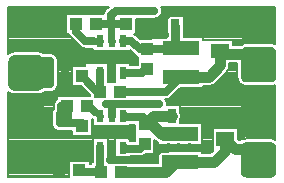
<source format=gbl>
G04 DipTrace Beta 2.3.5.2*
%INBuckYeah.GBL*%
%MOIN*%
%ADD13C,0.025*%
%ADD14C,0.027*%
%ADD15C,0.0236*%
%ADD17C,0.023*%
%ADD18C,0.03*%
%ADD19C,0.035*%
%ADD20C,0.013*%
%ADD21C,0.007*%
%ADD23R,0.0236X0.0433*%
%ADD26R,0.0433X0.0394*%
%ADD27R,0.0394X0.0433*%
%ADD28R,0.0591X0.0512*%
%ADD30R,0.0315X0.0472*%
%ADD32R,0.122X0.0472*%
%FSLAX44Y44*%
G04*
G70*
G90*
G75*
G01*
%LNBottom*%
%LPD*%
X7250Y5098D2*
D13*
Y5188D1*
X8438D1*
X8525Y5275D1*
X6459Y5188D2*
X7250D1*
X6110Y5700D2*
D14*
X6400D1*
X6690D2*
X6400D1*
X6334Y2200D2*
D13*
X7378D1*
X7420Y2158D1*
X8467D1*
X8525Y2100D1*
X5250Y5125D2*
D14*
Y4900D1*
Y5350D1*
X6800Y2950D2*
X6450D1*
X6275Y2700D2*
X6450D1*
Y2950D1*
X6600Y2700D2*
X6275D1*
X6950D2*
X6600D1*
X4769Y5250D2*
X5150D1*
X5250Y5350D1*
X3275Y4050D2*
X3625D1*
X4000D1*
X3626Y3625D2*
D15*
Y3977D1*
D14*
Y4049D1*
X6275Y2700D2*
Y2775D1*
X6450Y2950D1*
X6950Y2700D2*
Y2800D1*
X6800Y2950D1*
X3575Y720D2*
D13*
X4870D1*
D17*
X5250Y1100D1*
X5475D1*
X5525Y1150D1*
X4875Y4875D2*
D13*
X5375D1*
X5400Y4900D1*
X5250D1*
Y5350D2*
X5525Y5625D1*
X6035D1*
X6110Y5700D1*
X3275Y4050D2*
X2100D1*
X2075Y4025D1*
X2809Y2530D2*
X2878D1*
X3081Y2327D1*
D15*
X3113D1*
X3252Y2188D1*
Y4688D2*
X3009D1*
D13*
X2750D1*
X2438Y5000D1*
Y5237D1*
X2451Y5250D1*
X4000Y3625D2*
D15*
X4030D1*
D13*
X4625D1*
X4750Y3750D1*
X4813D1*
X4000Y4688D2*
X4287D1*
X4556Y4419D1*
X4813D1*
X5897D1*
X5925Y4447D1*
X5750Y5188D2*
D18*
Y4623D1*
D13*
X5925Y4447D1*
X3252Y3625D2*
D15*
Y3687D1*
D13*
X3250D1*
Y3000D1*
X2625Y3518D2*
X3143Y3000D1*
X3250D1*
X4000Y1125D2*
D15*
X4063D1*
D13*
Y1092D1*
X4567D1*
X4725Y1250D1*
X4000Y2188D2*
D15*
X4063D1*
D13*
Y2155D1*
X4657D1*
X4725Y2088D1*
Y1919D1*
X5625Y2200D2*
D19*
X5006D1*
X4725Y1919D1*
X4956D1*
X5278Y1597D1*
X5900D1*
X3252Y1125D2*
D15*
Y1150D1*
D13*
Y348D1*
X3275Y325D1*
X2544D1*
Y375D1*
X5900Y650D2*
D19*
X7040D1*
X7420Y1030D1*
Y1410D1*
X3944Y325D2*
X5450D1*
X5775Y650D1*
X5900D1*
X8175Y1100D2*
D14*
X8525D1*
X8175Y700D2*
Y1100D1*
D19*
X7730D1*
X7420Y1410D1*
X8525Y700D2*
D14*
Y1100D1*
Y700D2*
Y725D1*
X5925Y3500D2*
D19*
X6875D1*
X7250Y3875D1*
Y4350D1*
X8525Y3900D2*
Y4250D1*
X7350D1*
X7250Y4350D1*
X3919Y3000D2*
D13*
X5425D1*
X5925Y3500D1*
X8175D2*
D14*
Y3875D1*
Y4275D2*
Y3875D1*
Y4275D2*
Y4225D1*
X8525Y3875D1*
X1575Y3250D2*
Y3600D1*
Y3250D2*
X1150D1*
Y3287D1*
X1112D1*
X775Y3625D1*
X1575Y3600D2*
X1332D1*
X1150D1*
X800D1*
X775Y3625D1*
X1575Y4025D2*
X1175D1*
X775Y3625D1*
Y3612D2*
Y3625D1*
X1125Y3237D2*
X1150Y3250D1*
X1125Y3612D2*
X1150Y3600D1*
X1125Y4012D2*
Y3900D1*
X1050D1*
X775Y3625D1*
X1575Y3250D2*
Y3357D1*
X1332Y3600D1*
X1575D2*
X800D1*
X1575D2*
X1537D1*
X1125Y4012D1*
X1575Y4025D2*
X1538D1*
X1125Y3612D1*
X1575Y3600D2*
Y4025D1*
X1125Y3237D2*
X1212D1*
X1575Y3600D1*
X4150Y2600D2*
D20*
X3627D1*
X3450D1*
X3800D2*
X3450D1*
X4150D2*
D14*
X3450D1*
X3800D1*
X3120Y5250D2*
D13*
X3614D1*
X4100D1*
X4150Y5700D2*
D14*
X4450D1*
X4750D1*
X5050D1*
X4150D2*
X3762D1*
X3614Y5552D1*
Y5250D1*
X4150Y2600D2*
X4500D1*
X4850D1*
X3626Y2188D2*
D13*
X3627Y2600D1*
X3626Y4688D2*
D15*
X3614D1*
Y5250D1*
X1900Y2250D2*
D14*
X2140D1*
Y2240D1*
X1890Y1940D2*
Y2250D1*
X1900D1*
X1890Y1940D2*
X1951D1*
Y1950D1*
X2160D1*
Y2240D1*
X2140D1*
X1900Y2250D2*
X2110Y2040D1*
Y2000D1*
X2160Y1950D1*
X2640Y1870D2*
Y1940D1*
X2110D1*
Y2000D1*
X1951Y1950D2*
Y2530D1*
X2140D1*
X4850Y2600D2*
X5200D1*
X4150D3*
X3450D3*
X3800D3*
X6110Y5700D3*
X6400D3*
X6690D3*
X4150D3*
X4450D3*
X4750D3*
X5050D3*
X2075Y4025D3*
X4500Y2600D3*
X4850D3*
X1900Y2250D3*
X2140Y2240D3*
X1890Y1940D3*
X2160Y1950D3*
X1575Y3250D3*
Y3600D3*
X2075Y3700D3*
X1575Y4025D3*
X775Y3612D3*
X425Y4012D3*
Y3612D3*
Y3237D3*
X775D3*
X1125D3*
Y3612D3*
Y4012D3*
X775D3*
X6800Y2950D3*
X6450D3*
X6275Y2700D3*
X6600D3*
X6950D3*
X3275Y4050D3*
X3625D3*
X4000D3*
X2075Y3375D3*
X775Y2237D3*
X425Y2637D3*
Y2237D3*
Y1862D3*
X775D3*
X8525Y700D3*
X1125Y2237D3*
Y2637D3*
X775D3*
X8175Y1100D3*
Y700D3*
Y325D3*
X8525D3*
X8875D3*
Y700D3*
Y1100D3*
X8525D3*
Y2075D3*
X8175Y2475D3*
Y2075D3*
Y1700D3*
X8525D3*
X8875D3*
Y2075D3*
Y2475D3*
X8525D3*
Y3875D3*
X8175Y4275D3*
Y3875D3*
Y3500D3*
X8525D3*
X8875D3*
Y3875D3*
Y4275D3*
X8525D3*
Y5250D3*
X8175Y5650D3*
Y5250D3*
Y4875D3*
X8525D3*
X8875D3*
Y5250D3*
Y5650D3*
X8525D3*
X5250Y5350D3*
X5200Y2600D3*
X5250Y4900D3*
Y5125D3*
X5525Y1150D3*
X5875D3*
X6225D3*
X4270Y1790D3*
Y1500D3*
X172Y5766D2*
D21*
X3451D1*
X5311D2*
X9078D1*
X172Y5698D2*
X3388D1*
X5320D2*
X9078D1*
X172Y5629D2*
X3357D1*
X5310D2*
X9078D1*
X172Y5560D2*
X2100D1*
X5279D2*
X9078D1*
X172Y5492D2*
X2100D1*
X5217D2*
X5458D1*
X6042D2*
X9078D1*
X172Y5423D2*
X2100D1*
X4451D2*
X5458D1*
X6042D2*
X9078D1*
X172Y5354D2*
X2100D1*
X4451D2*
X5458D1*
X6042D2*
X9078D1*
X172Y5285D2*
X2100D1*
X4451D2*
X5458D1*
X6042D2*
X9078D1*
X172Y5217D2*
X2100D1*
X4451D2*
X5458D1*
X6042D2*
X9078D1*
X172Y5148D2*
X2100D1*
X4451D2*
X5458D1*
X6042D2*
X9078D1*
X172Y5079D2*
X2100D1*
X4451D2*
X5458D1*
X6042D2*
X9078D1*
X172Y5011D2*
X2100D1*
X4451D2*
X5458D1*
X6042D2*
X9078D1*
X172Y4942D2*
X2100D1*
X4451D2*
X5458D1*
X6042D2*
X9078D1*
X172Y4873D2*
X2212D1*
X4466D2*
X4943D1*
X5407D2*
X5458D1*
X6042D2*
X9078D1*
X172Y4805D2*
X2268D1*
X4534D2*
X4943D1*
X6671D2*
X9078D1*
X172Y4736D2*
X2337D1*
X6671D2*
X9078D1*
X172Y4667D2*
X2406D1*
X7680D2*
X9078D1*
X172Y4599D2*
X2474D1*
X7680D2*
X8016D1*
X9034D2*
X9078D1*
X172Y4530D2*
X2543D1*
X172Y4461D2*
X2632D1*
X172Y4393D2*
X2999D1*
X172Y4324D2*
X267D1*
X1283D2*
X4286D1*
X1708Y4255D2*
X4355D1*
X1789Y4186D2*
X4450D1*
X1827Y4118D2*
X4481D1*
X1844Y4049D2*
X4481D1*
X1845Y3980D2*
X4481D1*
X1845Y3912D2*
X2743D1*
X3505D2*
X3747D1*
X4252D2*
X4481D1*
X7560D2*
X7799D1*
X1845Y3843D2*
X2294D1*
X3505D2*
X3747D1*
X7558D2*
X7799D1*
X1845Y3774D2*
X2294D1*
X3505D2*
X3747D1*
X7542D2*
X7799D1*
X1845Y3706D2*
X2294D1*
X3511D2*
X3747D1*
X7508D2*
X7799D1*
X1845Y3637D2*
X2294D1*
X3510D2*
X3747D1*
X7447D2*
X7799D1*
X1845Y3568D2*
X2294D1*
X3510D2*
X3747D1*
X7378D2*
X7799D1*
X1845Y3500D2*
X2294D1*
X3510D2*
X3747D1*
X7309D2*
X7801D1*
X1845Y3431D2*
X2294D1*
X3510D2*
X3747D1*
X7241D2*
X7809D1*
X1845Y3362D2*
X2294D1*
X3510D2*
X3747D1*
X7173D2*
X7834D1*
X1845Y3294D2*
X2294D1*
X7104D2*
X7882D1*
X1844Y3225D2*
X2294D1*
X7008D2*
X7965D1*
X1827Y3156D2*
X2623D1*
X6669D2*
X9078D1*
X1788Y3087D2*
X2692D1*
X5876D2*
X9078D1*
X1707Y3019D2*
X2761D1*
X5809D2*
X9078D1*
X172Y2950D2*
X214D1*
X1335D2*
X2828D1*
X5740D2*
X9078D1*
X172Y2881D2*
X2897D1*
X5671D2*
X9078D1*
X172Y2813D2*
X1789D1*
X5602D2*
X9078D1*
X172Y2744D2*
X1789D1*
X5427D2*
X9078D1*
X172Y2675D2*
X1726D1*
X5459D2*
X9078D1*
X172Y2607D2*
X1693D1*
X5470D2*
X9078D1*
X172Y2538D2*
X1682D1*
X5917D2*
X9078D1*
X172Y2469D2*
X1682D1*
X5917D2*
X9078D1*
X172Y2401D2*
X1668D1*
X5917D2*
X9078D1*
X172Y2332D2*
X1633D1*
X5917D2*
X9078D1*
X172Y2263D2*
X1621D1*
X5928D2*
X9078D1*
X172Y2195D2*
X1620D1*
X5934D2*
X9078D1*
X172Y2126D2*
X1620D1*
X5926D2*
X9078D1*
X172Y2057D2*
X1620D1*
X5917D2*
X9078D1*
X172Y1988D2*
X1620D1*
X5917D2*
X9078D1*
X172Y1920D2*
X1621D1*
X6645D2*
X9078D1*
X172Y1851D2*
X1636D1*
X4252D2*
X4394D1*
X6645D2*
X9078D1*
X172Y1782D2*
X1672D1*
X2971D2*
X4394D1*
X6645D2*
X6990D1*
X7850D2*
X9078D1*
X172Y1714D2*
X1750D1*
X2971D2*
X4394D1*
X6645D2*
X6990D1*
X7850D2*
X9078D1*
X172Y1645D2*
X2309D1*
X2971D2*
X4394D1*
X6645D2*
X6990D1*
X7850D2*
X9078D1*
X172Y1576D2*
X2309D1*
X2971D2*
X4394D1*
X6645D2*
X6990D1*
X7850D2*
X9078D1*
X172Y1508D2*
X4394D1*
X6645D2*
X6990D1*
X7850D2*
X9078D1*
X172Y1439D2*
X2999D1*
X3505D2*
X3747D1*
X4252D2*
X4394D1*
X6645D2*
X6990D1*
X7850D2*
X8076D1*
X8973D2*
X9078D1*
X172Y1370D2*
X2999D1*
X3505D2*
X3747D1*
X4252D2*
X4394D1*
X6645D2*
X6990D1*
X172Y1302D2*
X2999D1*
X3505D2*
X3747D1*
X5056D2*
X5155D1*
X6645D2*
X6990D1*
X172Y1233D2*
X2999D1*
X3505D2*
X3747D1*
X5056D2*
X6990D1*
X172Y1164D2*
X2992D1*
X3512D2*
X3747D1*
X5056D2*
X6990D1*
X172Y1096D2*
X2992D1*
X3512D2*
X3747D1*
X5056D2*
X6990D1*
X172Y1027D2*
X2992D1*
X3512D2*
X3747D1*
X5056D2*
X6981D1*
X172Y958D2*
X2992D1*
X3512D2*
X3747D1*
X5056D2*
X5155D1*
X6645D2*
X6914D1*
X172Y889D2*
X2992D1*
X3512D2*
X3747D1*
X4725D2*
X5155D1*
X172Y821D2*
X2992D1*
X3512D2*
X3747D1*
X4252D2*
X5155D1*
X172Y752D2*
X2992D1*
X3512D2*
X5155D1*
X172Y683D2*
X2193D1*
X2896D2*
X2992D1*
X3512D2*
X5155D1*
X172Y615D2*
X2193D1*
X172Y546D2*
X2193D1*
X172Y477D2*
X2193D1*
X172Y409D2*
X2193D1*
X172Y340D2*
X2193D1*
X172Y271D2*
X2193D1*
X172Y203D2*
X2193D1*
X364Y2908D2*
X323Y2913D1*
X276Y2925D1*
X245Y2938D1*
X215Y2954D1*
X187Y2973D1*
X165Y2991D1*
Y165D1*
X2200D1*
Y700D1*
X2889D1*
Y578D1*
X2930D1*
X2931Y650D1*
X3000D1*
X2999Y1150D1*
X3002Y1185D1*
X3006Y1207D1*
Y1469D1*
X3498D1*
Y1209D1*
X3505Y1150D1*
Y650D1*
X3619Y649D1*
X3740Y650D1*
X4289D1*
Y627D1*
X4364Y628D1*
X5162D1*
Y1014D1*
X6638D1*
Y952D1*
X6845Y953D1*
X6914D1*
X6997Y1035D1*
Y1794D1*
X7843D1*
Y1414D1*
X7870Y1403D1*
X7979Y1404D1*
X8007Y1418D1*
X8040Y1429D1*
X8073Y1437D1*
X8107Y1442D1*
X8239Y1443D1*
X8943Y1442D1*
X8991Y1434D1*
X9023Y1425D1*
X9055Y1412D1*
X9085Y1396D1*
Y3229D1*
X9040Y3207D1*
X9010Y3196D1*
X8977Y3188D1*
X8943Y3183D1*
X8811Y3182D1*
X8107Y3183D1*
X8059Y3191D1*
X8027Y3200D1*
X7995Y3213D1*
X7965Y3229D1*
X7937Y3248D1*
X7910Y3270D1*
X7886Y3295D1*
X7865Y3322D1*
X7847Y3351D1*
X7832Y3382D1*
X7821Y3415D1*
X7813Y3448D1*
X7808Y3482D1*
X7807Y3614D1*
Y3948D1*
X7553Y3947D1*
X7551Y3840D1*
X7545Y3806D1*
X7535Y3772D1*
X7521Y3740D1*
X7504Y3710D1*
X7483Y3681D1*
X7439Y3636D1*
X7089Y3286D1*
X7063Y3263D1*
X7034Y3243D1*
X7004Y3226D1*
X6971Y3213D1*
X6937Y3204D1*
X6903Y3198D1*
X6840Y3197D1*
X6664D1*
X6663Y3136D1*
X5918D1*
X5604Y2821D1*
X5577Y2798D1*
X5548Y2779D1*
X5516Y2764D1*
X5483Y2754D1*
X5449Y2748D1*
X5417Y2747D1*
X5440Y2708D1*
X5452Y2675D1*
X5460Y2641D1*
X5463Y2600D1*
X5460Y2564D1*
X5910D1*
Y2300D1*
X5923Y2255D1*
X5927Y2221D1*
Y2186D1*
X5924Y2151D1*
X5910Y2099D1*
Y1961D1*
X6638D1*
Y1233D1*
X5162D1*
Y1318D1*
X5124Y1337D1*
X5095Y1356D1*
X5049Y1398D1*
X5058Y1389D1*
X5050Y1384D1*
Y906D1*
X4738D1*
X4691Y872D1*
X4659Y857D1*
X4626Y847D1*
X4567Y840D1*
X4246Y839D1*
Y781D1*
X3754D1*
Y1469D1*
X4246D1*
Y1346D1*
X4400Y1345D1*
X4401Y1594D1*
X4400Y1715D1*
Y1902D1*
X4246D1*
Y1844D1*
X3754Y1845D1*
X3732Y1844D1*
X3380Y1845D1*
X3358Y1844D1*
X3006D1*
Y2085D1*
X2965Y2103D1*
Y1526D1*
X2315D1*
Y1678D1*
X2110Y1677D1*
X2075Y1680D1*
X2040Y1687D1*
X2017Y1685D1*
X1977Y1678D1*
X1951Y1677D1*
X1855Y1680D1*
X1821Y1686D1*
X1788Y1698D1*
X1757Y1714D1*
X1728Y1733D1*
X1702Y1757D1*
X1679Y1783D1*
X1660Y1813D1*
X1645Y1844D1*
X1635Y1878D1*
X1629Y1912D1*
X1627Y1975D1*
Y2250D1*
X1630Y2285D1*
X1636Y2319D1*
X1648Y2352D1*
X1664Y2383D1*
X1689Y2419D1*
Y2530D1*
X1691Y2565D1*
X1698Y2599D1*
X1709Y2632D1*
X1725Y2663D1*
X1745Y2692D1*
X1768Y2718D1*
X1796Y2742D1*
Y2855D1*
X2484Y2854D1*
X2605Y2855D1*
X2906D1*
X2890Y2895D1*
X2611Y3175D1*
X2390Y3174D1*
X2300D1*
Y3863D1*
X2750D1*
Y3950D1*
X3007D1*
X3006Y3969D1*
X3498D1*
Y3745D1*
X3504Y3701D1*
X3503Y3652D1*
Y3325D1*
X3594Y3324D1*
X3715Y3325D1*
X3753D1*
X3754Y3631D1*
Y3969D1*
X4246D1*
Y3879D1*
X4488Y3878D1*
Y4094D1*
X4487Y4176D1*
X4454Y4188D1*
X4423Y4204D1*
X4377Y4241D1*
X4246Y4371D1*
Y4344D1*
X3754Y4345D1*
X3732Y4344D1*
X3380Y4345D1*
X3358Y4344D1*
X3006D1*
Y4434D1*
X2750Y4435D1*
X2715Y4438D1*
X2680Y4445D1*
X2648Y4457D1*
X2617Y4473D1*
X2589Y4493D1*
X2472Y4608D1*
X2259Y4821D1*
X2236Y4848D1*
X2217Y4877D1*
X2202Y4909D1*
X2165Y4925D1*
X2106D1*
Y5575D1*
X2795Y5574D1*
X2916Y5575D1*
X3352D1*
X3361Y5621D1*
X3372Y5654D1*
X3388Y5685D1*
X3408Y5714D1*
X3453Y5762D1*
X3527Y5836D1*
X3275Y5835D1*
X165D1*
Y4259D1*
X197Y4285D1*
X226Y4303D1*
X257Y4318D1*
X290Y4329D1*
X323Y4337D1*
X357Y4342D1*
X489Y4343D1*
X1193Y4342D1*
X1241Y4334D1*
X1273Y4325D1*
X1305Y4312D1*
X1335Y4296D1*
X1350Y4288D1*
X1575D1*
X1610Y4285D1*
X1644Y4279D1*
X1677Y4267D1*
X1708Y4251D1*
X1737Y4232D1*
X1763Y4208D1*
X1786Y4182D1*
X1805Y4152D1*
X1820Y4121D1*
X1830Y4087D1*
X1836Y4053D1*
X1838Y3990D1*
Y3250D1*
X1835Y3215D1*
X1829Y3181D1*
X1817Y3148D1*
X1801Y3117D1*
X1782Y3088D1*
X1758Y3062D1*
X1732Y3039D1*
X1702Y3020D1*
X1671Y3005D1*
X1637Y2995D1*
X1603Y2989D1*
X1575Y2987D1*
X1380Y2986D1*
X1353Y2965D1*
X1324Y2947D1*
X1293Y2932D1*
X1260Y2921D1*
X1227Y2913D1*
X1193Y2908D1*
X1061Y2907D1*
X364Y2908D1*
X7959Y4567D2*
X7995Y4587D1*
X8040Y4604D1*
X8073Y4612D1*
X8107Y4617D1*
X8239Y4618D1*
X8943Y4617D1*
X8991Y4609D1*
X9023Y4600D1*
X9055Y4587D1*
X9085Y4571D1*
Y5835D1*
X5275D1*
X5295Y5796D1*
X5305Y5762D1*
X5311Y5728D1*
X5313Y5693D1*
X5309Y5658D1*
X5302Y5624D1*
X5289Y5591D1*
X5273Y5560D1*
X5252Y5532D1*
X5228Y5507D1*
X5201Y5485D1*
X5171Y5467D1*
X5139Y5453D1*
X5105Y5443D1*
X5050Y5437D1*
X4445D1*
X4444Y4925D1*
X4373D1*
X4419Y4903D1*
X4466Y4867D1*
X4569Y4764D1*
X4951D1*
X4950Y4875D1*
X5400D1*
Y4810D1*
X5473Y4811D1*
X5465Y4823D1*
Y5552D1*
X6035D1*
Y4823D1*
X6028D1*
X6062Y4811D1*
X6663D1*
Y4725D1*
X6827D1*
Y4734D1*
X7673D1*
Y4553D1*
X7939D1*
X7959Y4567D1*
G36*
X1166Y1659D2*
X384D1*
X364Y1661D1*
X343Y1664D1*
X323Y1669D1*
X303Y1677D1*
X284Y1686D1*
X267Y1698D1*
X251Y1711D1*
X236Y1726D1*
X223Y1742D1*
X211Y1759D1*
X202Y1778D1*
X194Y1798D1*
X189Y1818D1*
X186Y1839D1*
X184Y1859D1*
Y2641D1*
X186Y2661D1*
X189Y2682D1*
X194Y2702D1*
X202Y2722D1*
X211Y2741D1*
X223Y2758D1*
X236Y2774D1*
X251Y2789D1*
X267Y2802D1*
X284Y2814D1*
X303Y2823D1*
X323Y2831D1*
X343Y2836D1*
X364Y2839D1*
X384Y2841D1*
X1166D1*
X1186Y2839D1*
X1207Y2836D1*
X1227Y2831D1*
X1247Y2823D1*
X1266Y2814D1*
X1283Y2802D1*
X1299Y2789D1*
X1314Y2774D1*
X1327Y2758D1*
X1339Y2741D1*
X1348Y2722D1*
X1356Y2702D1*
X1361Y2682D1*
X1364Y2661D1*
X1366Y2641D1*
Y1859D1*
X1364Y1839D1*
X1361Y1818D1*
X1356Y1798D1*
X1348Y1778D1*
X1339Y1759D1*
X1327Y1742D1*
X1314Y1726D1*
X1299Y1711D1*
X1283Y1698D1*
X1266Y1686D1*
X1247Y1677D1*
X1227Y1669D1*
X1207Y1664D1*
X1186Y1661D1*
X1166Y1659D1*
G37*
G36*
Y3034D2*
X384D1*
X364Y3036D1*
X343Y3039D1*
X323Y3044D1*
X303Y3052D1*
X284Y3061D1*
X267Y3073D1*
X251Y3086D1*
X236Y3101D1*
X223Y3117D1*
X211Y3134D1*
X202Y3153D1*
X194Y3173D1*
X189Y3193D1*
X186Y3214D1*
X184Y3234D1*
Y4016D1*
X186Y4036D1*
X189Y4057D1*
X194Y4077D1*
X202Y4097D1*
X211Y4116D1*
X223Y4133D1*
X236Y4149D1*
X251Y4164D1*
X267Y4177D1*
X284Y4189D1*
X303Y4198D1*
X323Y4206D1*
X343Y4211D1*
X364Y4214D1*
X384Y4216D1*
X1166D1*
X1186Y4214D1*
X1207Y4211D1*
X1227Y4206D1*
X1247Y4198D1*
X1266Y4189D1*
X1283Y4177D1*
X1299Y4164D1*
X1314Y4149D1*
X1327Y4133D1*
X1339Y4116D1*
X1348Y4097D1*
X1356Y4077D1*
X1361Y4057D1*
X1364Y4036D1*
X1366Y4016D1*
Y3234D1*
X1364Y3214D1*
X1361Y3193D1*
X1356Y3173D1*
X1348Y3153D1*
X1339Y3134D1*
X1327Y3117D1*
X1314Y3101D1*
X1299Y3086D1*
X1283Y3073D1*
X1266Y3061D1*
X1247Y3052D1*
X1227Y3044D1*
X1207Y3039D1*
X1186Y3036D1*
X1166Y3034D1*
G37*
G36*
X8916Y3309D2*
X8134D1*
X8114Y3311D1*
X8093Y3314D1*
X8073Y3319D1*
X8053Y3327D1*
X8034Y3336D1*
X8017Y3348D1*
X8001Y3361D1*
X7986Y3376D1*
X7973Y3392D1*
X7961Y3409D1*
X7952Y3428D1*
X7944Y3448D1*
X7939Y3468D1*
X7936Y3489D1*
X7934Y3509D1*
Y4291D1*
X7936Y4311D1*
X7939Y4332D1*
X7944Y4352D1*
X7952Y4372D1*
X7961Y4391D1*
X7973Y4408D1*
X7986Y4424D1*
X8001Y4439D1*
X8017Y4452D1*
X8034Y4464D1*
X8053Y4473D1*
X8073Y4481D1*
X8093Y4486D1*
X8114Y4489D1*
X8134Y4491D1*
X8916D1*
X8936Y4489D1*
X8957Y4486D1*
X8977Y4481D1*
X8997Y4473D1*
X9016Y4464D1*
X9033Y4452D1*
X9049Y4439D1*
X9064Y4424D1*
X9077Y4408D1*
X9089Y4391D1*
X9098Y4372D1*
X9106Y4352D1*
X9111Y4332D1*
X9114Y4311D1*
X9116Y4291D1*
Y3509D1*
X9114Y3489D1*
X9111Y3468D1*
X9106Y3448D1*
X9098Y3428D1*
X9089Y3409D1*
X9077Y3392D1*
X9064Y3376D1*
X9049Y3361D1*
X9033Y3348D1*
X9016Y3336D1*
X8997Y3327D1*
X8977Y3319D1*
X8957Y3314D1*
X8936Y3311D1*
X8916Y3309D1*
G37*
G36*
Y4684D2*
X8134D1*
X8114Y4686D1*
X8093Y4689D1*
X8073Y4694D1*
X8053Y4702D1*
X8034Y4711D1*
X8017Y4723D1*
X8001Y4736D1*
X7986Y4751D1*
X7973Y4767D1*
X7961Y4784D1*
X7952Y4803D1*
X7944Y4823D1*
X7939Y4843D1*
X7936Y4864D1*
X7934Y4884D1*
Y5666D1*
X7936Y5686D1*
X7939Y5707D1*
X7944Y5727D1*
X7952Y5747D1*
X7961Y5766D1*
X7973Y5783D1*
X7986Y5799D1*
X8001Y5814D1*
X8017Y5827D1*
X8034Y5839D1*
X8053Y5848D1*
X8073Y5856D1*
X8093Y5861D1*
X8114Y5864D1*
X8134Y5866D1*
X8916D1*
X8936Y5864D1*
X8957Y5861D1*
X8977Y5856D1*
X8997Y5848D1*
X9016Y5839D1*
X9033Y5827D1*
X9049Y5814D1*
X9064Y5799D1*
X9077Y5783D1*
X9089Y5766D1*
X9098Y5747D1*
X9106Y5727D1*
X9111Y5707D1*
X9114Y5686D1*
X9116Y5666D1*
Y4884D1*
X9114Y4864D1*
X9111Y4843D1*
X9106Y4823D1*
X9098Y4803D1*
X9089Y4784D1*
X9077Y4767D1*
X9064Y4751D1*
X9049Y4736D1*
X9033Y4723D1*
X9016Y4711D1*
X8997Y4702D1*
X8977Y4694D1*
X8957Y4689D1*
X8936Y4686D1*
X8916Y4684D1*
G37*
G36*
Y134D2*
X8134D1*
X8114Y136D1*
X8093Y139D1*
X8073Y144D1*
X8053Y152D1*
X8034Y161D1*
X8017Y173D1*
X8001Y186D1*
X7986Y201D1*
X7973Y217D1*
X7961Y234D1*
X7952Y253D1*
X7944Y273D1*
X7939Y293D1*
X7936Y314D1*
X7934Y334D1*
Y1116D1*
X7936Y1136D1*
X7939Y1157D1*
X7944Y1177D1*
X7952Y1197D1*
X7961Y1216D1*
X7973Y1233D1*
X7986Y1249D1*
X8001Y1264D1*
X8017Y1277D1*
X8034Y1289D1*
X8053Y1298D1*
X8073Y1306D1*
X8093Y1311D1*
X8114Y1314D1*
X8134Y1316D1*
X8916D1*
X8936Y1314D1*
X8957Y1311D1*
X8977Y1306D1*
X8997Y1298D1*
X9016Y1289D1*
X9033Y1277D1*
X9049Y1264D1*
X9064Y1249D1*
X9077Y1233D1*
X9089Y1216D1*
X9098Y1197D1*
X9106Y1177D1*
X9111Y1157D1*
X9114Y1136D1*
X9116Y1116D1*
Y334D1*
X9114Y314D1*
X9111Y293D1*
X9106Y273D1*
X9098Y253D1*
X9089Y234D1*
X9077Y217D1*
X9064Y201D1*
X9049Y186D1*
X9033Y173D1*
X9016Y161D1*
X8997Y152D1*
X8977Y144D1*
X8957Y139D1*
X8936Y136D1*
X8916Y134D1*
G37*
G36*
Y1509D2*
X8134D1*
X8114Y1511D1*
X8093Y1514D1*
X8073Y1519D1*
X8053Y1527D1*
X8034Y1536D1*
X8017Y1548D1*
X8001Y1561D1*
X7986Y1576D1*
X7973Y1592D1*
X7961Y1609D1*
X7952Y1628D1*
X7944Y1648D1*
X7939Y1668D1*
X7936Y1689D1*
X7934Y1709D1*
Y2491D1*
X7936Y2511D1*
X7939Y2532D1*
X7944Y2552D1*
X7952Y2572D1*
X7961Y2591D1*
X7973Y2608D1*
X7986Y2624D1*
X8001Y2639D1*
X8017Y2652D1*
X8034Y2664D1*
X8053Y2673D1*
X8073Y2681D1*
X8093Y2686D1*
X8114Y2689D1*
X8134Y2691D1*
X8916D1*
X8936Y2689D1*
X8957Y2686D1*
X8977Y2681D1*
X8997Y2673D1*
X9016Y2664D1*
X9033Y2652D1*
X9049Y2639D1*
X9064Y2624D1*
X9077Y2608D1*
X9089Y2591D1*
X9098Y2572D1*
X9106Y2552D1*
X9111Y2532D1*
X9114Y2511D1*
X9116Y2491D1*
Y1709D1*
X9114Y1689D1*
X9111Y1668D1*
X9106Y1648D1*
X9098Y1628D1*
X9089Y1609D1*
X9077Y1592D1*
X9064Y1576D1*
X9049Y1561D1*
X9033Y1548D1*
X9016Y1536D1*
X8997Y1527D1*
X8977Y1519D1*
X8957Y1514D1*
X8936Y1511D1*
X8916Y1509D1*
G37*
D23*
X4000Y3625D3*
X3626D3*
X3252D3*
Y4688D3*
X3626D3*
X4000D3*
Y1125D3*
X3626D3*
X3252D3*
Y2188D3*
X3626D3*
X4000D3*
D26*
X4100Y5250D3*
X4769D3*
D27*
X4813Y3750D3*
Y4419D3*
D28*
X7250Y4350D3*
Y5098D3*
D27*
X2640Y1870D3*
Y1201D3*
X4725Y1250D3*
Y1919D3*
D28*
X7420Y1410D3*
Y2158D3*
D30*
X5750Y5188D3*
X6459D3*
X5625Y2200D3*
X6334D3*
D32*
X5925Y3500D3*
Y4447D3*
X5900Y650D3*
Y1597D3*
D26*
X3250Y3000D3*
X3919D3*
D27*
X2625Y4188D3*
Y3518D3*
D26*
X3120Y5250D3*
X2451D3*
X2140Y2530D3*
X2809D3*
X3275Y325D3*
X3944D3*
X1875Y375D3*
X2544D3*
M02*

</source>
